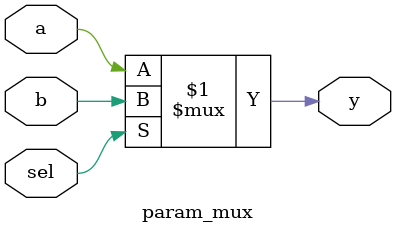
<source format=v>
module param_mux #(parameter WIDTH = 1) (y,a,b,sel);
output [WIDTH-1:0]y;
input [WIDTH-1:0]a;
input [WIDTH-1:0]b;
input sel;
assign y=(sel)?b:a;
endmodule

</source>
